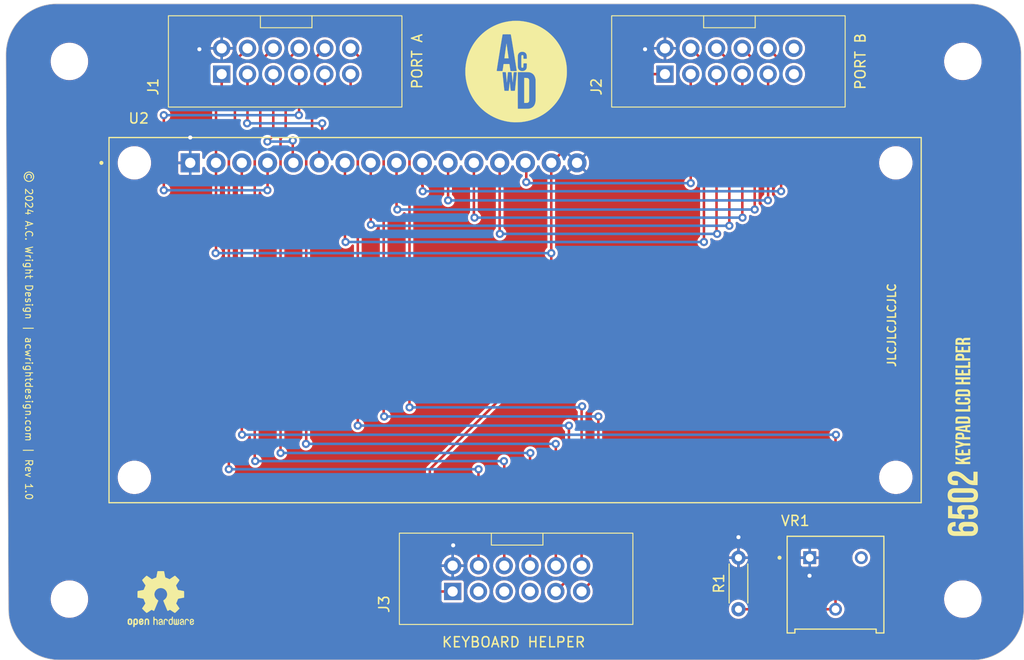
<source format=kicad_pcb>
(kicad_pcb (version 20241229) (generator "pcbnew") (generator_version "9.0")
  (title_block (title "6502 Keypad LCD Helper") (date "2024-08-06") (rev "1.0") (company "A.C. Wright Design"))
  (layers (0 "F.Cu" signal "Top") (2 "B.Cu" signal "Bottom") (13 "F.Paste" user) (15 "B.Paste" user) (5 "F.SilkS" user "F.Silkscreen") (7 "B.SilkS" user "B.Silkscreen") (1 "F.Mask" user) (3 "B.Mask" user) (25 "Edge.Cuts" user))
  (net 0 "")
  (net 1 "GND")
  (net 2 "VCC")
  (net 3 "R{slash}W")
  (net 4 "CA1")
  (net 5 "RS")
  (net 6 "CA2")
  (net 7 "E")
  (net 8 "DB1")
  (net 9 "DB2")
  (net 10 "DB0")
  (net 11 "DB5")
  (net 12 "DB4")
  (net 13 "DB3")
  (net 14 "DB6")
  (net 15 "DB7")
  (net 19 "Net-(U2-VO)")
  (net 21 "PA1")
  (net 22 "PA3")
  (net 23 "PA4")
  (net 24 "PA0")
  (net 25 "PA2")
  (footprint "Symbol:OSHW-Logo2_7.3x6mm_SilkScreen" (layer "F.Cu") (at 80.3011 141.8136)
    (property "Reference" "REF**" (hide yes))
    (property "Value" "OSHW-Logo2_7.3x6mm_SilkScreen" (hide yes))
  )
  (footprint "A.C. Wright Logo:A.C. Wright Logo 10mm" (layer "F.Cu") (at 115.3011 89.8136)
    (property "Reference" "G***" (hide yes))
    (property "Value" "LOGO" (hide yes))
  )
  (footprint "6502 Parts:6502 GPIO Connector" (layer "F.Cu") (at 109.0511 141.0636 90)
    (property "Reference" "J3" (at -1.25 -6.75 90) (layer "F.SilkS"))
    (property "Value" "KEYBOARD HELPER" (at -5 6 180) (layer "F.SilkS"))
    (pad "1" thru_hole rect (at 0 0 90) (size 1.7 1.7) (drill 1) (layers "*.Cu" "*.Mask") (net 2 "VCC"))
    (pad "2" thru_hole oval (at 2.54 0 90) (size 1.7 1.7) (drill 1) (layers "*.Cu" "*.Mask") (net 1 "GND"))
    (pad "3" thru_hole oval (at 0 2.54 90) (size 1.7 1.7) (drill 1) (layers "*.Cu" "*.Mask"))
    (pad "4" thru_hole oval (at 2.54 2.54 90) (size 1.7 1.7) (drill 1) (layers "*.Cu" "*.Mask") (net 24 "PA0"))
    (pad "5" thru_hole oval (at 0 5.08 90) (size 1.7 1.7) (drill 1) (layers "*.Cu" "*.Mask"))
    (pad "6" thru_hole oval (at 2.54 5.08 90) (size 1.7 1.7) (drill 1) (layers "*.Cu" "*.Mask") (net 21 "PA1"))
    (pad "7" thru_hole oval (at 0 7.62 90) (size 1.7 1.7) (drill 1) (layers "*.Cu" "*.Mask"))
    (pad "8" thru_hole oval (at 2.54 7.62 90) (size 1.7 1.7) (drill 1) (layers "*.Cu" "*.Mask") (net 25 "PA2"))
    (pad "9" thru_hole oval (at 0 10.16 90) (size 1.7 1.7) (drill 1) (layers "*.Cu" "*.Mask") (net 23 "PA4"))
    (pad "10" thru_hole oval (at 2.54 10.16 90) (size 1.7 1.7) (drill 1) (layers "*.Cu" "*.Mask") (net 22 "PA3"))
    (pad "11" thru_hole oval (at 0 12.7 90) (size 1.7 1.7) (drill 1) (layers "*.Cu" "*.Mask") (net 4 "CA1"))
    (pad "12" thru_hole oval (at 2.54 12.7 90) (size 1.7 1.7) (drill 1) (layers "*.Cu" "*.Mask") (net 6 "CA2"))
  )
  (footprint "MountingHole:MountingHole_3.2mm_M3" (layer "F.Cu") (at 159.3011 88.8136)
    (property "Reference" "REF**" (hide yes))
    (property "Value" "MountingHole_3.2mm_M3" (hide yes))
    (pad "" np_thru_hole circle (at 0 0) (size 3.2 3.2) (drill 3.2) (layers "*.Cu" "*.Mask"))
  )
  (footprint "6502 Parts:LCD-16X2" (layer "F.Cu") (at 115.2011 114.3136)
    (property "Reference" "U2" (at -37.075 -19.885 0) (layer "F.SilkS"))
    (property "Value" "LCD-16X2" (hide yes))
    (pad "" np_thru_hole circle (at -37.5 -15.5) (size 2.8 2.8) (drill 2.8) (layers "*.Cu" "*.Mask"))
    (pad "" np_thru_hole circle (at -37.5 15.5) (size 2.8 2.8) (drill 2.8) (layers "*.Cu" "*.Mask"))
    (pad "" np_thru_hole circle (at 37.5 -15.5) (size 2.8 2.8) (drill 2.8) (layers "*.Cu" "*.Mask"))
    (pad "" np_thru_hole circle (at 37.5 15.5) (size 2.8 2.8) (drill 2.8) (layers "*.Cu" "*.Mask"))
    (pad "1" thru_hole rect (at -32 -15.5) (size 1.8796 1.8796) (drill 1.016) (layers "*.Cu" "*.Mask") (net 1 "GND"))
    (pad "2" thru_hole circle (at -29.46 -15.5) (size 1.8796 1.8796) (drill 1.016) (layers "*.Cu" "*.Mask") (net 2 "VCC"))
    (pad "3" thru_hole circle (at -26.92 -15.5) (size 1.8796 1.8796) (drill 1.016) (layers "*.Cu" "*.Mask") (net 19 "Net-(U2-VO)"))
    (pad "4" thru_hole circle (at -24.38 -15.5) (size 1.8796 1.8796) (drill 1.016) (layers "*.Cu" "*.Mask") (net 5 "RS"))
    (pad "5" thru_hole circle (at -21.84 -15.5) (size 1.8796 1.8796) (drill 1.016) (layers "*.Cu" "*.Mask") (net 3 "R{slash}W"))
    (pad "6" thru_hole circle (at -19.3 -15.5) (size 1.8796 1.8796) (drill 1.016) (layers "*.Cu" "*.Mask") (net 7 "E"))
    (pad "7" thru_hole circle (at -16.76 -15.5) (size 1.8796 1.8796) (drill 1.016) (layers "*.Cu" "*.Mask") (net 10 "DB0"))
    (pad "8" thru_hole circle (at -14.22 -15.5) (size 1.8796 1.8796) (drill 1.016) (layers "*.Cu" "*.Mask") (net 8 "DB1"))
    (pad "9" thru_hole circle (at -11.68 -15.5) (size 1.8796 1.8796) (drill 1.016) (layers "*.Cu" "*.Mask") (net 9 "DB2"))
    (pad "10" thru_hole circle (at -9.14 -15.5) (size 1.8796 1.8796) (drill 1.016) (layers "*.Cu" "*.Mask") (net 13 "DB3"))
    (pad "11" thru_hole circle (at -6.6 -15.5) (size 1.8796 1.8796) (drill 1.016) (layers "*.Cu" "*.Mask") (net 12 "DB4"))
    (pad "12" thru_hole circle (at -4.06 -15.5) (size 1.8796 1.8796) (drill 1.016) (layers "*.Cu" "*.Mask") (net 11 "DB5"))
    (pad "13" thru_hole circle (at -1.52 -15.5) (size 1.8796 1.8796) (drill 1.016) (layers "*.Cu" "*.Mask") (net 14 "DB6"))
    (pad "14" thru_hole circle (at 1.02 -15.5) (size 1.8796 1.8796) (drill 1.016) (layers "*.Cu" "*.Mask") (net 15 "DB7"))
    (pad "15" thru_hole circle (at 3.56 -15.5) (size 1.8796 1.8796) (drill 1.016) (layers "*.Cu" "*.Mask") (net 2 "VCC"))
    (pad "16" thru_hole circle (at 6.1 -15.5) (size 1.8796 1.8796) (drill 1.016) (layers "*.Cu" "*.Mask") (net 1 "GND"))
  )
  (footprint "Resistor_THT:R_Axial_DIN0204_L3.6mm_D1.6mm_P5.08mm_Horizontal" (layer "F.Cu") (at 137.2011 142.8136 90)
    (property "Reference" "R1" (at 2.54 -1.92 90) (layer "F.SilkS"))
    (property "Value" "R" (hide yes))
    (pad "1" thru_hole circle (at 0 0 90) (size 1.4 1.4) (drill 0.7) (layers "*.Cu" "*.Mask") (net 19 "Net-(U2-VO)"))
    (pad "2" thru_hole oval (at 5.08 0 90) (size 1.4 1.4) (drill 0.7) (layers "*.Cu" "*.Mask") (net 1 "GND"))
  )
  (footprint "6502 Parts:6502 GPIO Connector" (layer "F.Cu") (at 86.3011 90.0636 90)
    (property "Reference" "J1" (at -1.25 -6.75 90) (layer "F.SilkS"))
    (property "Value" "PORT A" (at 1.25 19.25 90) (layer "F.SilkS"))
    (pad "1" thru_hole rect (at 0 0 90) (size 1.7 1.7) (drill 1) (layers "*.Cu" "*.Mask") (net 2 "VCC"))
    (pad "2" thru_hole oval (at 2.54 0 90) (size 1.7 1.7) (drill 1) (layers "*.Cu" "*.Mask") (net 1 "GND"))
    (pad "3" thru_hole oval (at 0 2.54 90) (size 1.7 1.7) (drill 1) (layers "*.Cu" "*.Mask") (net 7 "E"))
    (pad "4" thru_hole oval (at 2.54 2.54 90) (size 1.7 1.7) (drill 1) (layers "*.Cu" "*.Mask") (net 24 "PA0"))
    (pad "5" thru_hole oval (at 0 5.08 90) (size 1.7 1.7) (drill 1) (layers "*.Cu" "*.Mask") (net 3 "R{slash}W"))
    (pad "6" thru_hole oval (at 2.54 5.08 90) (size 1.7 1.7) (drill 1) (layers "*.Cu" "*.Mask") (net 21 "PA1"))
    (pad "7" thru_hole oval (at 0 7.62 90) (size 1.7 1.7) (drill 1) (layers "*.Cu" "*.Mask") (net 5 "RS"))
    (pad "8" thru_hole oval (at 2.54 7.62 90) (size 1.7 1.7) (drill 1) (layers "*.Cu" "*.Mask") (net 25 "PA2"))
    (pad "9" thru_hole oval (at 0 10.16 90) (size 1.7 1.7) (drill 1) (layers "*.Cu" "*.Mask") (net 23 "PA4"))
    (pad "10" thru_hole oval (at 2.54 10.16 90) (size 1.7 1.7) (drill 1) (layers "*.Cu" "*.Mask") (net 22 "PA3"))
    (pad "11" thru_hole oval (at 0 12.7 90) (size 1.7 1.7) (drill 1) (layers "*.Cu" "*.Mask") (net 4 "CA1"))
    (pad "12" thru_hole oval (at 2.54 12.7 90) (size 1.7 1.7) (drill 1) (layers "*.Cu" "*.Mask") (net 6 "CA2"))
  )
  (footprint "6502 Logos:6502 Keypad LCD Helper Logo 3mm" (layer "F.Cu") (at 159.301139 123.600309 90)
    (property "Reference" "G***" (hide yes))
    (property "Value" "LOGO" (hide yes))
  )
  (footprint "MountingHole:MountingHole_3.2mm_M3" (layer "F.Cu") (at 159.3011 141.8136)
    (property "Reference" "REF**" (hide yes))
    (property "Value" "MountingHole_3.2mm_M3" (hide yes))
    (pad "" np_thru_hole circle (at 0 0) (size 3.2 3.2) (drill 3.2) (layers "*.Cu" "*.Mask"))
  )
  (footprint "6502 Parts:6502 GPIO Connector" (layer "F.Cu") (at 129.9611 90.0636 90)
    (property "Reference" "J2" (at -1.25 -6.75 90) (layer "F.SilkS"))
    (property "Value" "PORT B" (at 1.25 19.25 90) (layer "F.SilkS"))
    (pad "1" thru_hole rect (at 0 0 90) (size 1.7 1.7) (drill 1) (layers "*.Cu" "*.Mask") (net 2 "VCC"))
    (pad "2" thru_hole oval (at 2.54 0 90) (size 1.7 1.7) (drill 1) (layers "*.Cu" "*.Mask") (net 1 "GND"))
    (pad "3" thru_hole oval (at 0 2.54 90) (size 1.7 1.7) (drill 1) (layers "*.Cu" "*.Mask") (net 15 "DB7"))
    (pad "4" thru_hole oval (at 2.54 2.54 90) (size 1.7 1.7) (drill 1) (layers "*.Cu" "*.Mask") (net 10 "DB0"))
    (pad "5" thru_hole oval (at 0 5.08 90) (size 1.7 1.7) (drill 1) (layers "*.Cu" "*.Mask") (net 14 "DB6"))
    (pad "6" thru_hole oval (at 2.54 5.08 90) (size 1.7 1.7) (drill 1) (layers "*.Cu" "*.Mask") (net 8 "DB1"))
    (pad "7" thru_hole oval (at 0 7.62 90) (size 1.7 1.7) (drill 1) (layers "*.Cu" "*.Mask") (net 11 "DB5"))
    (pad "8" thru_hole oval (at 2.54 7.62 90) (size 1.7 1.7) (drill 1) (layers "*.Cu" "*.Mask") (net 9 "DB2"))
    (pad "9" thru_hole oval (at 0 10.16 90) (size 1.7 1.7) (drill 1) (layers "*.Cu" "*.Mask") (net 12 "DB4"))
    (pad "10" thru_hole oval (at 2.54 10.16 90) (size 1.7 1.7) (drill 1) (layers "*.Cu" "*.Mask") (net 13 "DB3"))
    (pad "11" thru_hole oval (at 0 12.7 90) (size 1.7 1.7) (drill 1) (layers "*.Cu" "*.Mask"))
    (pad "12" thru_hole oval (at 2.54 12.7 90) (size 1.7 1.7) (drill 1) (layers "*.Cu" "*.Mask"))
  )
  (footprint "MountingHole:MountingHole_3.2mm_M3" (layer "F.Cu") (at 71.3011 88.8136)
    (property "Reference" "REF**" (hide yes))
    (property "Value" "MountingHole_3.2mm_M3" (hide yes))
    (pad "" np_thru_hole circle (at 0 0) (size 3.2 3.2) (drill 3.2) (layers "*.Cu" "*.Mask"))
  )
  (footprint "6502 Parts:3386F-1-103LF" (layer "F.Cu") (at 146.7611 140.3886)
    (property "Reference" "VR1" (at -3.9611 -6.2886 0) (layer "F.SilkS"))
    (property "Value" "10k" (hide yes))
    (pad "1" thru_hole rect (at -2.54 -2.655) (size 1.268 1.268) (drill 0.76) (layers "*.Cu" "*.Mask") (net 1 "GND"))
    (pad "2" thru_hole circle (at 0 2.425) (size 1.268 1.268) (drill 0.76) (layers "*.Cu" "*.Mask") (net 19 "Net-(U2-VO)"))
    (pad "3" thru_hole circle (at 2.54 -2.655) (size 1.268 1.268) (drill 0.76) (layers "*.Cu" "*.Mask"))
  )
  (footprint "MountingHole:MountingHole_3.2mm_M3" (layer "F.Cu") (at 71.3011 141.8136)
    (property "Reference" "REF**" (hide yes))
    (property "Value" "MountingHole_3.2mm_M3" (hide yes))
    (pad "" np_thru_hole circle (at 0 0) (size 3.2 3.2) (drill 3.2) (layers "*.Cu" "*.Mask"))
  )
  (gr_line (start 132.8472 147.8136) (end 160.0472 147.8136) (stroke (width 0.05)) (layer "Edge.Cuts"))
  (gr_arc (start 70.3011 147.8136) (mid 66.765566 146.349134) (end 65.3011 142.8136) (stroke (width 0.05)) (layer "Edge.Cuts"))
  (gr_line (start 165.307542 142.8136) (end 165.0472 88.1342) (stroke (width 0.05)) (layer "Edge.Cuts"))
  (gr_line (start 70.3011 147.8136) (end 132.8472 147.8136) (stroke (width 0.05)) (layer "Edge.Cuts"))
  (gr_line (start 65.0472 88.1342) (end 65.3011 142.8136) (stroke (width 0.05)) (layer "Edge.Cuts"))
  (gr_arc (start 65.0472 88.1342) (mid 66.511666 84.598666) (end 70.0472 83.1342) (stroke (width 0.05)) (layer "Edge.Cuts"))
  (gr_line (start 160.0472 83.1342) (end 70.0472 83.1342) (stroke (width 0.05)) (layer "Edge.Cuts"))
  (gr_arc (start 160.0472 83.1342) (mid 163.582734 84.598666) (end 165.0472 88.1342) (stroke (width 0.05)) (layer "Edge.Cuts"))
  (gr_arc (start 165.307542 142.8136) (mid 163.750254 146.442346) (end 160.0472 147.8136) (stroke (width 0.05)) (layer "Edge.Cuts"))
  (gr_text "JLCJLCJLCJLC" (at 152.3011 114.8136 90) (layer "F.SilkS") (effects (font (size 0.8 0.8))))
  (gr_text "© 2024 A.C. Wright Design | acwrightdesign.com | Rev 1.0" (at 67.3011 115.8136 -90) (layer "F.SilkS") (effects (font (size 0.7 0.7) (thickness 0.1))))
  (via (at 109.1011 136.5136) (size 0.8) (drill 0.4) (layers "F.Cu" "B.Cu") (net 1))
  (via (at 137.2011 135.7136) (size 0.8) (drill 0.4) (layers "F.Cu" "B.Cu") (net 1))
  (via (at 84.1011 87.6136) (size 0.8) (drill 0.4) (layers "F.Cu" "B.Cu") (net 1))
  (via (at 128.0011 87.6136) (size 0.8) (drill 0.4) (layers "F.Cu" "B.Cu") (net 1))
  (via (at 83.2011 96.3136) (size 0.8) (drill 0.4) (layers "F.Cu" "B.Cu") (net 1))
  (via (at 144.2011 139.5136) (size 0.8) (drill 0.4) (layers "F.Cu" "B.Cu") (net 1))
  (segment (start 85.7411 93.1536) (end 85.7411 98.8136) (width 0.25) (layer "F.Cu") (net 2))
  (segment (start 86.3011 92.5136) (end 85.7011 93.1136) (width 0.25) (layer "F.Cu") (net 2))
  (segment (start 118.7611 98.8136) (end 118.7611 107.7136) (width 0.25) (layer "F.Cu") (net 2))
  (segment (start 118.7611 107.7136) (end 118.7611 117.0536) (width 0.25) (layer "F.Cu") (net 2))
  (segment (start 106.8011 140.1136) (end 107.7511 141.0636) (width 0.25) (layer "F.Cu") (net 2))
  (segment (start 127.5111 90.0636) (end 118.7611 98.8136) (width 0.25) (layer "F.Cu") (net 2))
  (segment (start 118.7611 117.0536) (end 106.8011 129.0136) (width 0.25) (layer "F.Cu") (net 2))
  (segment (start 129.9611 90.0636) (end 127.5111 90.0636) (width 0.25) (layer "F.Cu") (net 2))
  (segment (start 86.3011 90.0636) (end 86.3011 92.5136) (width 0.25) (layer "F.Cu") (net 2))
  (segment (start 106.8011 129.0136) (end 106.8011 140.1136) (width 0.25) (layer "F.Cu") (net 2))
  (segment (start 107.7511 141.0636) (end 109.0511 141.0636) (width 0.25) (layer "F.Cu") (net 2))
  (segment (start 85.7411 98.8136) (end 85.7411 107.6736) (width 0.25) (layer "F.Cu") (net 2))
  (segment (start 85.7011 93.1136) (end 85.7411 93.1536) (width 0.25) (layer "F.Cu") (net 2))
  (segment (start 85.7411 107.6736) (end 85.7011 107.7136) (width 0.25) (layer "F.Cu") (net 2))
  (via (at 85.7011 107.7136) (size 0.8) (drill 0.4) (layers "F.Cu" "B.Cu") (net 2))
  (via (at 118.7611 107.7136) (size 0.8) (drill 0.4) (layers "F.Cu" "B.Cu") (net 2))
  (segment (start 85.7011 107.7136) (end 118.7611 107.7136) (width 0.25) (layer "B.Cu") (net 2))
  (segment (start 91.3811 96.1336) (end 90.8011 96.7136) (width 0.25) (layer "F.Cu") (net 3))
  (segment (start 93.3011 98.7536) (end 93.3611 98.8136) (width 0.25) (layer "F.Cu") (net 3))
  (segment (start 93.3011 96.6136) (end 93.3011 98.7536) (width 0.25) (layer "F.Cu") (net 3))
  (segment (start 91.3811 90.0636) (end 91.3811 96.1336) (width 0.25) (layer "F.Cu") (net 3))
  (via (at 93.3011 96.6136) (size 0.8) (drill 0.4) (layers "F.Cu" "B.Cu") (net 3))
  (via (at 90.8011 96.7136) (size 0.8) (drill 0.4) (layers "F.Cu" "B.Cu") (net 3))
  (segment (start 93.2011 96.7136) (end 93.3011 96.6136) (width 0.25) (layer "B.Cu") (net 3))
  (segment (start 90.8011 96.7136) (end 93.2011 96.7136) (width 0.25) (layer "B.Cu") (net 3))
  (segment (start 99.0011 93.8136) (end 102.2459 97.0584) (width 0.25) (layer "F.Cu") (net 4))
  (segment (start 123.4011 123.8136) (end 123.4011 139.4136) (width 0.25) (layer "F.Cu") (net 4))
  (segment (start 102.2459 97.0584) (end 102.2563 97.0584) (width 0.25) (layer "F.Cu") (net 4))
  (segment (start 102.2563 97.0584) (end 102.2563 123.7688) (width 0.25) (layer "F.Cu") (net 4))
  (segment (start 123.4011 139.4136) (end 121.7511 141.0636) (width 0.25) (layer "F.Cu") (net 4))
  (segment (start 99.0011 90.0636) (end 99.0011 93.8136) (width 0.25) (layer "F.Cu") (net 4))
  (segment (start 102.2563 123.7688) (end 102.3011 123.8136) (width 0.25) (layer "F.Cu") (net 4))
  (via (at 102.3011 123.8136) (size 0.8) (drill 0.4) (layers "F.Cu" "B.Cu") (net 4))
  (via (at 123.4011 123.8136) (size 0.8) (drill 0.4) (layers "F.Cu" "B.Cu") (net 4))
  (segment (start 102.3011 123.8136) (end 123.4011 123.8136) (width 0.25) (layer "B.Cu") (net 4))
  (segment (start 90.8011 101.5136) (end 90.8211 101.4936) (width 0.25) (layer "F.Cu") (net 5))
  (segment (start 93.9211 94.0936) (end 93.9011 94.1136) (width 0.25) (layer "F.Cu") (net 5))
  (segment (start 90.8211 101.4936) (end 90.8211 98.8136) (width 0.25) (layer "F.Cu") (net 5))
  (segment (start 93.9211 90.0636) (end 93.9211 94.0936) (width 0.25) (layer "F.Cu") (net 5))
  (segment (start 80.6011 94.1136) (end 80.6011 101.5136) (width 0.25) (layer "F.Cu") (net 5))
  (via (at 93.9011 94.1136) (size 0.8) (drill 0.4) (layers "F.Cu" "B.Cu") (net 5))
  (via (at 80.6011 101.5136) (size 0.8) (drill 0.4) (layers "F.Cu" "B.Cu") (net 5))
  (via (at 80.6011 94.1136) (size 0.8) (drill 0.4) (layers "F.Cu" "B.Cu") (net 5))
  (via (at 90.8011 101.5136) (size 0.8) (drill 0.4) (layers "F.Cu" "B.Cu") (net 5))
  (segment (start 80.6011 101.5136) (end 90.8011 101.5136) (width 0.25) (layer "B.Cu") (net 5))
  (segment (start 93.9011 94.1136) (end 80.6011 94.1136) (width 0.25) (layer "B.Cu") (net 5))
  (segment (start 121.8011 122.8136) (end 121.7511 122.8636) (width 0.25) (layer "F.Cu") (net 6))
  (segment (start 104.7963 97.5088) (end 104.7963 122.9088) (width 0.25) (layer "F.Cu") (net 6))
  (segment (start 100.9011 89.4236) (end 100.9011 93.6136) (width 0.25) (layer "F.Cu") (net 6))
  (segment (start 104.7963 122.9088) (end 104.8011 122.9136) (width 0.25) (layer "F.Cu") (net 6))
  (segment (start 100.9011 93.6136) (end 104.7963 97.5088) (width 0.25) (layer "F.Cu") (net 6))
  (segment (start 99.0011 87.5236) (end 100.9011 89.4236) (width 0.25) (layer "F.Cu") (net 6))
  (segment (start 121.7511 122.8636) (end 121.7511 138.5236) (width 0.25) (layer "F.Cu") (net 6))
  (via (at 104.8011 122.9136) (size 0.8) (drill 0.4) (layers "F.Cu" "B.Cu") (net 6))
  (via (at 121.8011 122.8136) (size 0.8) (drill 0.4) (layers "F.Cu" "B.Cu") (net 6))
  (segment (start 121.7011 122.9136) (end 121.8011 122.8136) (width 0.25) (layer "B.Cu") (net 6))
  (segment (start 104.8011 122.9136) (end 121.7011 122.9136) (width 0.25) (layer "B.Cu") (net 6))
  (segment (start 96.2011 94.9136) (end 96.2011 95.6136) (width 0.25) (layer "F.Cu") (net 7))
  (segment (start 95.9011 95.9136) (end 95.9011 98.8136) (width 0.25) (layer "F.Cu") (net 7))
  (segment (start 96.2011 95.6136) (end 95.9011 95.9136) (width 0.25) (layer "F.Cu") (net 7))
  (segment (start 88.8411 90.0636) (end 88.8411 94.8736) (width 0.25) (layer "F.Cu") (net 7))
  (segment (start 88.8411 94.8736) (end 88.8011 94.9136) (width 0.25) (layer "F.Cu") (net 7))
  (via (at 96.2011 94.9136) (size 0.8) (drill 0.4) (layers "F.Cu" "B.Cu") (net 7))
  (via (at 88.8011 94.9136) (size 0.8) (drill 0.4) (layers "F.Cu" "B.Cu") (net 7))
  (segment (start 88.8011 94.9136) (end 96.2011 94.9136) (width 0.25) (layer "B.Cu") (net 7))
  (segment (start 101.0011 104.9136) (end 100.9811 104.8936) (width 0.25) (layer "F.Cu") (net 8))
  (segment (start 100.9811 104.8936) (end 100.9811 98.8136) (width 0.25) (layer "F.Cu") (net 8))
  (segment (start 135.0411 87.5236) (end 136.3011 88.7836) (width 0.25) (layer "F.Cu") (net 8))
  (segment (start 136.3011 88.7836) (end 136.3011 89.9136) (width 0.25) (layer "F.Cu") (net 8))
  (segment (start 136.3011 89.9136) (end 136.3011 105.0136) (width 0.25) (layer "F.Cu") (net 8))
  (via (at 101.0011 104.9136) (size 0.8) (drill 0.4) (layers "F.Cu" "B.Cu") (net 8))
  (via (at 136.3011 105.0136) (size 0.8) (drill 0.4) (layers "F.Cu" "B.Cu") (net 8))
  (segment (start 136.3011 105.0136) (end 101.1011 105.0136) (width 0.25) (layer "B.Cu") (net 8))
  (segment (start 101.1011 105.0136) (end 101.0011 104.9136) (width 0.25) (layer "B.Cu") (net 8))
  (segment (start 103.6011 103.4136) (end 103.5211 103.3336) (width 0.25) (layer "F.Cu") (net 9))
  (segment (start 137.5811 87.5236) (end 138.8011 88.7436) (width 0.25) (layer "F.Cu") (net 9))
  (segment (start 103.5211 103.3336) (end 103.5211 98.8136) (width 0.25) (layer "F.Cu") (net 9))
  (segment (start 138.8011 88.7436) (end 138.8011 89.8136) (width 0.25) (layer "F.Cu") (net 9))
  (segment (start 138.8011 89.8136) (end 138.8011 103.4136) (width 0.25) (layer "F.Cu") (net 9))
  (via (at 103.6011 103.4136) (size 0.8) (drill 0.4) (layers "F.Cu" "B.Cu") (net 9))
  (via (at 138.8011 103.4136) (size 0.8) (drill 0.4) (layers "F.Cu" "B.Cu") (net 9))
  (segment (start 138.8011 103.4136) (end 103.6011 103.4136) (width 0.25) (layer "B.Cu") (net 9))
  (segment (start 98.5011 106.6136) (end 98.4411 106.5536) (width 0.25) (layer "F.Cu") (net 10))
  (segment (start 133.8011 89.8136) (end 133.8011 106.6136) (width 0.25) (layer "F.Cu") (net 10))
  (segment (start 98.4411 106.5536) (end 98.4411 98.8136) (width 0.25) (layer "F.Cu") (net 10))
  (segment (start 133.8011 88.8236) (end 133.8011 89.8136) (width 0.25) (layer "F.Cu") (net 10))
  (segment (start 132.5011 87.5236) (end 133.8011 88.8236) (width 0.25) (layer "F.Cu") (net 10))
  (via (at 133.8011 106.6136) (size 0.8) (drill 0.4) (layers "F.Cu" "B.Cu") (net 10))
  (via (at 98.5011 106.6136) (size 0.8) (drill 0.4) (layers "F.Cu" "B.Cu") (net 10))
  (segment (start 133.8011 106.6136) (end 98.5011 106.6136) (width 0.25) (layer "B.Cu") (net 10))
  (segment (start 111.1411 104.1536) (end 111.1411 98.8136) (width 0.25) (layer "F.Cu") (net 11))
  (segment (start 111.2011 104.2136) (end 111.1411 104.1536) (width 0.25) (layer "F.Cu") (net 11))
  (segment (start 137.5811 104.1936) (end 137.6011 104.2136) (width 0.25) (layer "F.Cu") (net 11))
  (segment (start 137.5811 90.0636) (end 137.5811 104.1936) (width 0.25) (layer "F.Cu") (net 11))
  (via (at 111.2011 104.2136) (size 0.8) (drill 0.4) (layers "F.Cu" "B.Cu") (net 11))
  (via (at 137.6011 104.2136) (size 0.8) (drill 0.4) (layers "F.Cu" "B.Cu") (net 11))
  (segment (start 137.6011 104.2136) (end 111.2011 104.2136) (width 0.25) (layer "B.Cu") (net 11))
  (segment (start 108.6011 102.5136) (end 108.6011 98.8136) (width 0.25) (layer "F.Cu") (net 12))
  (segment (start 140.1211 102.4936) (end 140.1011 102.5136) (width 0.25) (layer "F.Cu") (net 12))
  (segment (start 140.1211 90.0636) (end 140.1211 102.4936) (width 0.25) (layer "F.Cu") (net 12))
  (via (at 108.6011 102.5136) (size 0.8) (drill 0.4) (layers "F.Cu" "B.Cu") (net 12))
  (via (at 140.1011 102.5136) (size 0.8) (drill 0.4) (layers "F.Cu" "B.Cu") (net 12))
  (segment (start 140.1011 102.5136) (end 108.6011 102.5136) (width 0.25) (layer "B.Cu") (net 12))
  (segment (start 106.1011 101.1136) (end 106.0611 101.0736) (width 0.25) (layer "F.Cu") (net 13))
  (segment (start 106.0611 101.0736) (end 106.0611 98.8136) (width 0.25) (layer "F.Cu") (net 13))
  (segment (start 106.1011 101.6136) (end 106.1011 101.1136) (width 0.25) (layer "F.Cu") (net 13))
  (segment (start 141.4011 89.4136) (end 141.4011 101.6136) (width 0.25) (layer "F.Cu") (net 13))
  (segment (start 140.1211 87.5236) (end 141.4011 88.8036) (width 0.25) (layer "F.Cu") (net 13))
  (segment (start 141.4011 88.8036) (end 141.4011 89.4136) (width 0.25) (layer "F.Cu") (net 13))
  (via (at 141.4011 101.6136) (size 0.8) (drill 0.4) (layers "F.Cu" "B.Cu") (net 13))
  (via (at 106.1011 101.6136) (size 0.8) (drill 0.4) (layers "F.Cu" "B.Cu") (net 13))
  (segment (start 141.4011 101.6136) (end 106.1011 101.6136) (width 0.25) (layer "B.Cu") (net 13))
  (segment (start 135.0411 105.7536) (end 135.1011 105.8136) (width 0.25) (layer "F.Cu") (net 14))
  (segment (start 135.0411 90.0636) (end 135.0411 105.7536) (width 0.25) (layer "F.Cu") (net 14))
  (segment (start 113.7011 105.8136) (end 113.6811 105.7936) (width 0.25) (layer "F.Cu") (net 14))
  (segment (start 113.6811 105.7936) (end 113.6811 98.8136) (width 0.25) (layer "F.Cu") (net 14))
  (via (at 135.1011 105.8136) (size 0.8) (drill 0.4) (layers "F.Cu" "B.Cu") (net 14))
  (via (at 113.7011 105.8136) (size 0.8) (drill 0.4) (layers "F.Cu" "B.Cu") (net 14))
  (segment (start 135.1011 105.8136) (end 113.7011 105.8136) (width 0.25) (layer "B.Cu") (net 14))
  (segment (start 116.3011 98.8936) (end 116.2211 98.8136) (width 0.25) (layer "F.Cu") (net 15))
  (segment (start 116.3011 100.7136) (end 116.3011 98.8936) (width 0.25) (layer "F.Cu") (net 15))
  (segment (start 132.5011 90.0636) (end 132.5011 100.8136) (width 0.25) (layer "F.Cu") (net 15))
  (via (at 116.3011 100.7136) (size 0.8) (drill 0.4) (layers "F.Cu" "B.Cu") (net 15))
  (via (at 132.5011 100.8136) (size 0.8) (drill 0.4) (layers "F.Cu" "B.Cu") (net 15))
  (segment (start 132.5011 100.8136) (end 116.4011 100.8136) (width 0.25) (layer "B.Cu") (net 15))
  (segment (start 116.4011 100.8136) (end 116.3011 100.7136) (width 0.25) (layer "B.Cu") (net 15))
  (segment (start 88.2811 98.8136) (end 88.2811 125.5936) (width 0.25) (layer "F.Cu") (net 19))
  (segment (start 146.8011 125.6136) (end 146.7611 125.6536) (width 0.25) (layer "F.Cu") (net 19))
  (segment (start 88.2811 125.5936) (end 88.3011 125.6136) (width 0.25) (layer "F.Cu") (net 19))
  (segment (start 146.7611 125.6536) (end 146.7611 142.8136) (width 0.25) (layer "F.Cu") (net 19))
  (segment (start 137.2011 142.8136) (end 146.7611 142.8136) (width 0.25) (layer "F.Cu") (net 19))
  (via (at 88.3011 125.6136) (size 0.8) (drill 0.4) (layers "F.Cu" "B.Cu") (net 19))
  (via (at 146.8011 125.6136) (size 0.8) (drill 0.4) (layers "F.Cu" "B.Cu") (net 19))
  (segment (start 88.3011 125.6136) (end 146.8011 125.6136) (width 0.25) (layer "B.Cu") (net 19))
  (segment (start 89.5563 128.1688) (end 89.6011 128.2136) (width 0.25) (layer "F.Cu") (net 21))
  (segment (start 114.1311 128.2436) (end 114.1311 138.5236) (width 0.25) (layer "F.Cu") (net 21))
  (segment (start 90.1011 88.8036) (end 90.1011 89.8136) (width 0.25) (layer "F.Cu") (net 21))
  (segment (start 89.6011 95.9136) (end 89.5563 95.9584) (width 0.25) (layer "F.Cu") (net 21))
  (segment (start 90.1011 95.4136) (end 89.6011 95.9136) (width 0.25) (layer "F.Cu") (net 21))
  (segment (start 90.1011 89.8136) (end 90.1011 95.4136) (width 0.25) (layer "F.Cu") (net 21))
  (segment (start 89.5563 95.9584) (end 89.5563 128.1688) (width 0.25) (layer "F.Cu") (net 21))
  (segment (start 91.3811 87.5236) (end 90.1011 88.8036) (width 0.25) (layer "F.Cu") (net 21))
  (segment (start 114.1011 128.2136) (end 114.1311 128.2436) (width 0.25) (layer "F.Cu") (net 21))
  (via (at 114.1011 128.2136) (size 0.8) (drill 0.4) (layers "F.Cu" "B.Cu") (net 21))
  (via (at 89.6011 128.2136) (size 0.8) (drill 0.4) (layers "F.Cu" "B.Cu") (net 21))
  (segment (start 89.6011 128.2136) (end 114.1011 128.2136) (width 0.25) (layer "B.Cu") (net 21))
  (segment (start 95.2011 89.7136) (end 95.2011 95.9136) (width 0.25) (layer "F.Cu") (net 22))
  (segment (start 94.6259 126.4888) (end 94.6011 126.5136) (width 0.25) (layer "F.Cu") (net 22))
  (segment (start 95.2011 88.7836) (end 95.2011 89.7136) (width 0.25) (layer "F.Cu") (net 22))
  (segment (start 119.2111 126.5236) (end 119.2111 138.5236) (width 0.25) (layer "F.Cu") (net 22))
  (segment (start 96.4611 87.5236) (end 95.2011 88.7836) (width 0.25) (layer "F.Cu") (net 22))
  (segment (start 94.7011 96.4136) (end 94.6259 96.4888) (width 0.25) (layer "F.Cu") (net 22))
  (segment (start 95.2011 95.9136) (end 94.7011 96.4136) (width 0.25) (layer "F.Cu") (net 22))
  (segment (start 119.2011 126.5136) (end 119.2111 126.5236) (width 0.25) (layer "F.Cu") (net 22))
  (segment (start 94.6259 96.4888) (end 94.6259 126.4888) (width 0.25) (layer "F.Cu") (net 22))
  (via (at 94.6011 126.5136) (size 0.8) (drill 0.4) (layers "F.Cu" "B.Cu") (net 22))
  (via (at 119.2011 126.5136) (size 0.8) (drill 0.4) (layers "F.Cu" "B.Cu") (net 22))
  (segment (start 94.6011 126.5136) (end 119.2011 126.5136) (width 0.25) (layer "B.Cu") (net 22))
  (segment (start 99.7011 97.3136) (end 99.7059 97.3184) (width 0.25) (layer "F.Cu") (net 23))
  (segment (start 96.4611 94.0736) (end 99.7011 97.3136) (width 0.25) (layer "F.Cu") (net 23))
  (segment (start 120.5011 139.7736) (end 119.2111 141.0636) (width 0.25) (layer "F.Cu") (net 23))
  (segment (start 99.7059 124.7088) (end 99.7011 124.7136) (width 0.25) (layer "F.Cu") (net 23))
  (segment (start 99.7059 97.3184) (end 99.7059 124.7088) (width 0.25) (layer "F.Cu") (net 23))
  (segment (start 96.4611 90.0636) (end 96.4611 94.0736) (width 0.25) (layer "F.Cu") (net 23))
  (segment (start 120.5011 124.7136) (end 120.5011 139.7736) (width 0.25) (layer "F.Cu") (net 23))
  (via (at 120.5011 124.7136) (size 0.8) (drill 0.4) (layers "F.Cu" "B.Cu") (net 23))
  (via (at 99.7011 124.7136) (size 0.8) (drill 0.4) (layers "F.Cu" "B.Cu") (net 23))
  (segment (start 99.7011 124.7136) (end 120.5011 124.7136) (width 0.25) (layer "B.Cu") (net 23))
  (segment (start 111.6011 129.0136) (end 111.5911 129.0236) (width 0.25) (layer "F.Cu") (net 24))
  (segment (start 111.5911 129.0236) (end 111.5911 138.5236) (width 0.25) (layer "F.Cu") (net 24))
  (segment (start 87.6011 89.3136) (end 87.6011 96.3136) (width 0.25) (layer "F.Cu") (net 24))
  (segment (start 88.8411 87.5236) (end 87.6011 88.7636) (width 0.25) (layer "F.Cu") (net 24))
  (segment (start 87.0059 129.0088) (end 87.0011 129.0136) (width 0.25) (layer "F.Cu") (net 24))
  (segment (start 87.6011 88.7636) (end 87.6011 89.3136) (width 0.25) (layer "F.Cu") (net 24))
  (segment (start 87.0011 96.9136) (end 87.0059 96.9184) (width 0.25) (layer "F.Cu") (net 24))
  (segment (start 87.0059 96.9184) (end 87.0059 129.0088) (width 0.25) (layer "F.Cu") (net 24))
  (segment (start 87.6011 96.3136) (end 87.0011 96.9136) (width 0.25) (layer "F.Cu") (net 24))
  (via (at 87.0011 129.0136) (size 0.8) (drill 0.4) (layers "F.Cu" "B.Cu") (net 24))
  (via (at 111.6011 129.0136) (size 0.8) (drill 0.4) (layers "F.Cu" "B.Cu") (net 24))
  (segment (start 87.0011 129.0136) (end 111.6011 129.0136) (width 0.25) (layer "B.Cu") (net 24))
  (segment (start 92.6011 89.8136) (end 92.6011 95.9136) (width 0.25) (layer "F.Cu") (net 25))
  (segment (start 92.6011 88.8436) (end 92.6011 89.8136) (width 0.25) (layer "F.Cu") (net 25))
  (segment (start 92.0963 96.4184) (end 92.0963 127.4088) (width 0.25) (layer "F.Cu") (net 25))
  (segment (start 116.6711 127.4436) (end 116.6711 138.5236) (width 0.25) (layer "F.Cu") (net 25))
  (segment (start 116.7011 127.4136) (end 116.6711 127.4436) (width 0.25) (layer "F.Cu") (net 25))
  (segment (start 92.1011 96.4136) (end 92.0963 96.4184) (width 0.25) (layer "F.Cu") (net 25))
  (segment (start 93.9211 87.5236) (end 92.6011 88.8436) (width 0.25) (layer "F.Cu") (net 25))
  (segment (start 92.0963 127.4088) (end 92.1011 127.4136) (width 0.25) (layer "F.Cu") (net 25))
  (segment (start 92.6011 95.9136) (end 92.1011 96.4136) (width 0.25) (layer "F.Cu") (net 25))
  (via (at 92.1011 127.4136) (size 0.8) (drill 0.4) (layers "F.Cu" "B.Cu") (net 25))
  (via (at 116.7011 127.4136) (size 0.8) (drill 0.4) (layers "F.Cu" "B.Cu") (net 25))
  (segment (start 92.1011 127.4136) (end 116.7011 127.4136) (width 0.25) (layer "B.Cu") (net 25))
  (zone (net 1) (net_name "GND") (layer "F.Cu") (connect_pads (clearance 0.254)) (min_thickness 0.254) (fill yes (thermal_gap 0.254) (thermal_bridge_width 0.254))
    (polygon (pts (xy 165.3011 147.8136) (xy 65.3011 147.8136) (xy 64.4631 82.7596) (xy 165.3011 82.7596)))
  )
  (zone (net 1) (net_name "GND") (layer "B.Cu") (connect_pads (clearance 0.254)) (min_thickness 0.254) (fill yes (thermal_gap 0.254) (thermal_bridge_width 0.254))
    (polygon (pts (xy 165.3011 147.8136) (xy 65.3011 147.8136) (xy 64.4631 82.7596) (xy 165.3011 82.7596)))
  )
)
</source>
